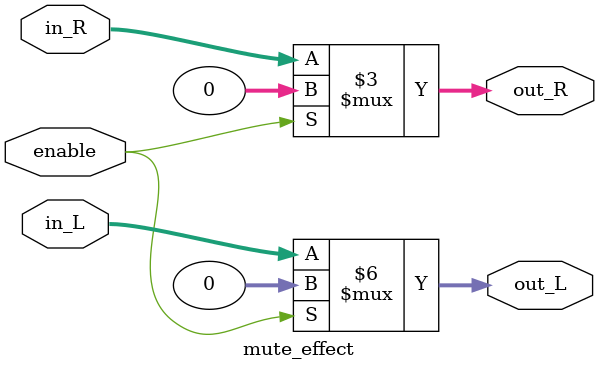
<source format=sv>
module mute_effect (
    input  logic              enable, // The switch
    input  logic signed [31:0] in_L, in_R,
    output logic signed [31:0] out_L, out_R
);

    // Combinational Logic (Instant)
    always_comb begin
        if (enable) begin
            // Mute active: Silence the output
            out_L = 32'd0;
            out_R = 32'd0;
        end else begin
            // Mute inactive: Pass the signal through (Bypass)
            out_L = in_L;
            out_R = in_R;
        end
    end

endmodule
</source>
